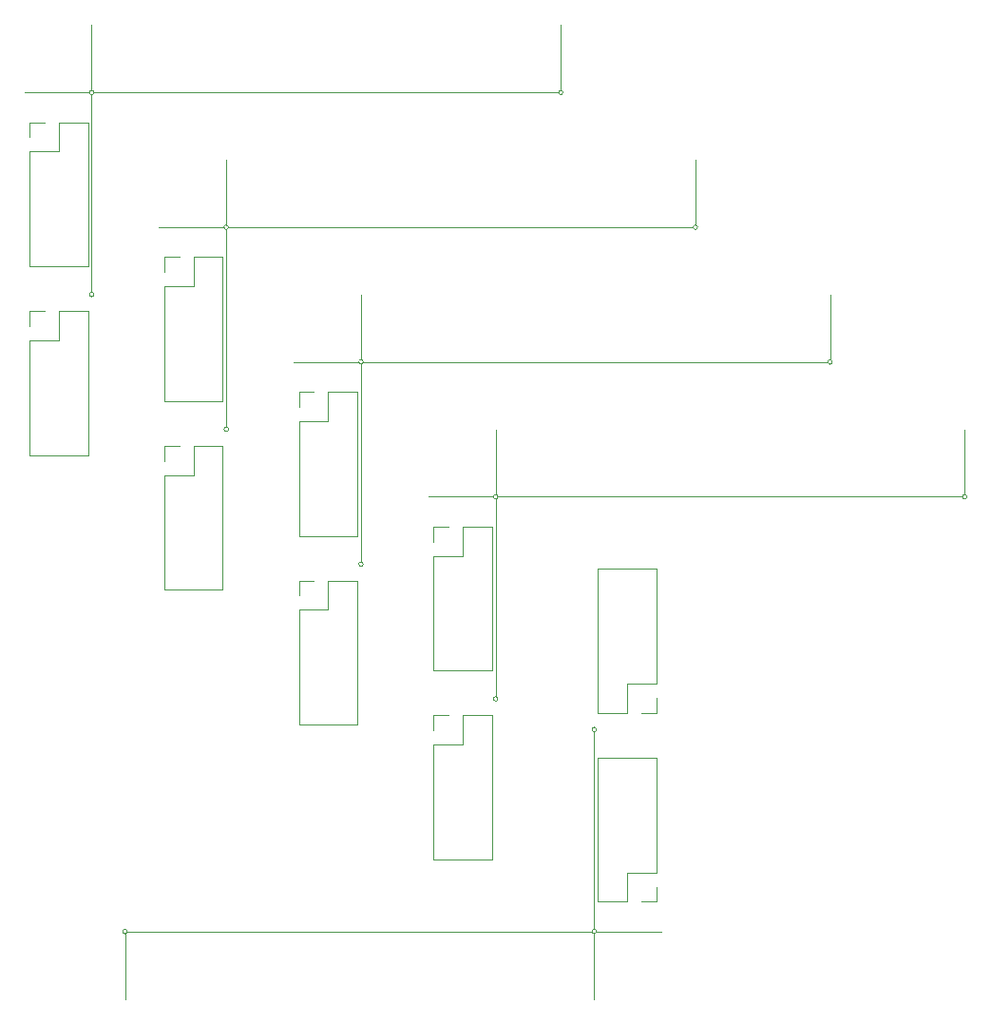
<source format=gbr>
G04 #@! TF.GenerationSoftware,KiCad,Pcbnew,5.1.5-52549c5~84~ubuntu16.04.1*
G04 #@! TF.CreationDate,2020-01-12T22:05:50-08:00*
G04 #@! TF.ProjectId,output.panelized,6f757470-7574-42e7-9061-6e656c697a65,rev?*
G04 #@! TF.SameCoordinates,PX8e95450PY5aa2c88*
G04 #@! TF.FileFunction,Legend,Top*
G04 #@! TF.FilePolarity,Positive*
%FSLAX46Y46*%
G04 Gerber Fmt 4.6, Leading zero omitted, Abs format (unit mm)*
G04 Created by KiCad (PCBNEW 5.1.5-52549c5~84~ubuntu16.04.1) date 2020-01-12 22:05:50*
%MOMM*%
%LPD*%
G04 APERTURE LIST*
%ADD10C,0.120000*%
%ADD11C,0.150000*%
G04 APERTURE END LIST*
D10*
X-123290800Y55961400D02*
G75*
G03X-123290800Y55961400I-200000J0D01*
G01*
X-123490800Y73761400D02*
X-123490800Y56161400D01*
X-81690800Y74161400D02*
X-81690800Y79961400D01*
X-123290800Y73961400D02*
X-81890800Y73961400D01*
X-81490800Y73961400D02*
G75*
G03X-81490800Y73961400I-200000J0D01*
G01*
X-123290800Y73961400D02*
G75*
G03X-123290800Y73961400I-200000J0D01*
G01*
X-123490800Y79961400D02*
X-123490800Y74161400D01*
X-129490800Y73961400D02*
X-123690800Y73961400D01*
X-111290800Y43961400D02*
G75*
G03X-111290800Y43961400I-200000J0D01*
G01*
X-111490800Y61761400D02*
X-111490800Y44161400D01*
X-69690800Y62161400D02*
X-69690800Y67961400D01*
X-111290800Y61961400D02*
X-69890800Y61961400D01*
X-69490800Y61961400D02*
G75*
G03X-69490800Y61961400I-200000J0D01*
G01*
X-111290800Y61961400D02*
G75*
G03X-111290800Y61961400I-200000J0D01*
G01*
X-111490800Y67961400D02*
X-111490800Y62161400D01*
X-117490800Y61961400D02*
X-111690800Y61961400D01*
X-99290800Y31961400D02*
G75*
G03X-99290800Y31961400I-200000J0D01*
G01*
X-99490800Y49761400D02*
X-99490800Y32161400D01*
X-57690800Y50161400D02*
X-57690800Y55961400D01*
X-99290800Y49961400D02*
X-57890800Y49961400D01*
X-57490800Y49961400D02*
G75*
G03X-57490800Y49961400I-200000J0D01*
G01*
X-99290800Y49961400D02*
G75*
G03X-99290800Y49961400I-200000J0D01*
G01*
X-99490800Y55961400D02*
X-99490800Y50161400D01*
X-105490800Y49961400D02*
X-99690800Y49961400D01*
X-87290800Y19961400D02*
G75*
G03X-87290800Y19961400I-200000J0D01*
G01*
X-87490800Y37761400D02*
X-87490800Y20161400D01*
X-45690800Y38161400D02*
X-45690800Y43961400D01*
X-87290800Y37961400D02*
X-45890800Y37961400D01*
X-45490800Y37961400D02*
G75*
G03X-45490800Y37961400I-200000J0D01*
G01*
X-87290800Y37961400D02*
G75*
G03X-87290800Y37961400I-200000J0D01*
G01*
X-87490800Y43961400D02*
X-87490800Y38161400D01*
X-93490800Y37961400D02*
X-87690800Y37961400D01*
X-78509200Y17238600D02*
G75*
G03X-78509200Y17238600I-200000J0D01*
G01*
X-78709200Y-561400D02*
X-78709200Y17038600D01*
X-120509200Y-961400D02*
X-120509200Y-6761400D01*
X-78909200Y-761400D02*
X-120309200Y-761400D01*
X-120309200Y-761400D02*
G75*
G03X-120309200Y-761400I-200000J0D01*
G01*
X-78509200Y-761400D02*
G75*
G03X-78509200Y-761400I-200000J0D01*
G01*
X-78709200Y-6761400D02*
X-78709200Y-961400D01*
X-72709200Y-761400D02*
X-78509200Y-761400D01*
X-129020800Y58471400D02*
X-123820800Y58471400D01*
X-129020800Y68691400D02*
X-129020800Y58471400D01*
X-123820800Y71291400D02*
X-123820800Y58471400D01*
X-129020800Y68691400D02*
X-126420800Y68691400D01*
X-126420800Y68691400D02*
X-126420800Y71291400D01*
X-126420800Y71291400D02*
X-123820800Y71291400D01*
X-129020800Y69961400D02*
X-129020800Y71291400D01*
X-129020800Y71291400D02*
X-127690800Y71291400D01*
X-129020800Y54491400D02*
X-127690800Y54491400D01*
X-129020800Y53161400D02*
X-129020800Y54491400D01*
X-126420800Y54491400D02*
X-123820800Y54491400D01*
X-126420800Y51891400D02*
X-126420800Y54491400D01*
X-129020800Y51891400D02*
X-126420800Y51891400D01*
X-123820800Y54491400D02*
X-123820800Y41671400D01*
X-129020800Y51891400D02*
X-129020800Y41671400D01*
X-129020800Y41671400D02*
X-123820800Y41671400D01*
X-117020800Y46471400D02*
X-111820800Y46471400D01*
X-117020800Y56691400D02*
X-117020800Y46471400D01*
X-111820800Y59291400D02*
X-111820800Y46471400D01*
X-117020800Y56691400D02*
X-114420800Y56691400D01*
X-114420800Y56691400D02*
X-114420800Y59291400D01*
X-114420800Y59291400D02*
X-111820800Y59291400D01*
X-117020800Y57961400D02*
X-117020800Y59291400D01*
X-117020800Y59291400D02*
X-115690800Y59291400D01*
X-117020800Y42491400D02*
X-115690800Y42491400D01*
X-117020800Y41161400D02*
X-117020800Y42491400D01*
X-114420800Y42491400D02*
X-111820800Y42491400D01*
X-114420800Y39891400D02*
X-114420800Y42491400D01*
X-117020800Y39891400D02*
X-114420800Y39891400D01*
X-111820800Y42491400D02*
X-111820800Y29671400D01*
X-117020800Y39891400D02*
X-117020800Y29671400D01*
X-117020800Y29671400D02*
X-111820800Y29671400D01*
X-105020800Y34471400D02*
X-99820800Y34471400D01*
X-105020800Y44691400D02*
X-105020800Y34471400D01*
X-99820800Y47291400D02*
X-99820800Y34471400D01*
X-105020800Y44691400D02*
X-102420800Y44691400D01*
X-102420800Y44691400D02*
X-102420800Y47291400D01*
X-102420800Y47291400D02*
X-99820800Y47291400D01*
X-105020800Y45961400D02*
X-105020800Y47291400D01*
X-105020800Y47291400D02*
X-103690800Y47291400D01*
X-105020800Y30491400D02*
X-103690800Y30491400D01*
X-105020800Y29161400D02*
X-105020800Y30491400D01*
X-102420800Y30491400D02*
X-99820800Y30491400D01*
X-102420800Y27891400D02*
X-102420800Y30491400D01*
X-105020800Y27891400D02*
X-102420800Y27891400D01*
X-99820800Y30491400D02*
X-99820800Y17671400D01*
X-105020800Y27891400D02*
X-105020800Y17671400D01*
X-105020800Y17671400D02*
X-99820800Y17671400D01*
X-93020800Y22471400D02*
X-87820800Y22471400D01*
X-93020800Y32691400D02*
X-93020800Y22471400D01*
X-87820800Y35291400D02*
X-87820800Y22471400D01*
X-93020800Y32691400D02*
X-90420800Y32691400D01*
X-90420800Y32691400D02*
X-90420800Y35291400D01*
X-90420800Y35291400D02*
X-87820800Y35291400D01*
X-93020800Y33961400D02*
X-93020800Y35291400D01*
X-93020800Y35291400D02*
X-91690800Y35291400D01*
X-93020800Y18491400D02*
X-91690800Y18491400D01*
X-93020800Y17161400D02*
X-93020800Y18491400D01*
X-90420800Y18491400D02*
X-87820800Y18491400D01*
X-90420800Y15891400D02*
X-90420800Y18491400D01*
X-93020800Y15891400D02*
X-90420800Y15891400D01*
X-87820800Y18491400D02*
X-87820800Y5671400D01*
X-93020800Y15891400D02*
X-93020800Y5671400D01*
X-93020800Y5671400D02*
X-87820800Y5671400D01*
X-73179200Y14728600D02*
X-78379200Y14728600D01*
X-73179200Y4508600D02*
X-73179200Y14728600D01*
X-78379200Y1908600D02*
X-78379200Y14728600D01*
X-73179200Y4508600D02*
X-75779200Y4508600D01*
X-75779200Y4508600D02*
X-75779200Y1908600D01*
X-75779200Y1908600D02*
X-78379200Y1908600D01*
X-73179200Y3238600D02*
X-73179200Y1908600D01*
X-73179200Y1908600D02*
X-74509200Y1908600D01*
X-73179200Y18708600D02*
X-74509200Y18708600D01*
X-73179200Y20038600D02*
X-73179200Y18708600D01*
X-75779200Y18708600D02*
X-78379200Y18708600D01*
X-75779200Y21308600D02*
X-75779200Y18708600D01*
X-73179200Y21308600D02*
X-75779200Y21308600D01*
X-78379200Y18708600D02*
X-78379200Y31528600D01*
X-73179200Y21308600D02*
X-73179200Y31528600D01*
X-73179200Y31528600D02*
X-78379200Y31528600D01*
D11*
M02*

</source>
